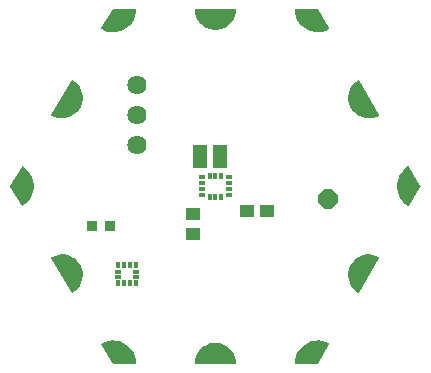
<source format=gbr>
G04 EAGLE Gerber RS-274X export*
G75*
%MOMM*%
%FSLAX34Y34*%
%LPD*%
%INSoldermask Top*%
%IPPOS*%
%AMOC8*
5,1,8,0,0,1.08239X$1,22.5*%
G01*
%ADD10R,0.901600X0.901600*%
%ADD11P,1.759533X8X22.500000*%
%ADD12R,1.201600X1.101600*%
%ADD13R,0.576600X0.351600*%
%ADD14R,0.351600X0.576600*%
%ADD15C,1.101600*%
%ADD16R,0.451600X0.476600*%
%ADD17R,0.476600X0.451600*%
%ADD18C,1.625600*%

G36*
X17029Y-1268D02*
X17029Y-1268D01*
X17058Y-1271D01*
X17125Y-1249D01*
X17195Y-1235D01*
X17219Y-1218D01*
X17247Y-1209D01*
X17300Y-1162D01*
X17359Y-1122D01*
X17375Y-1098D01*
X17397Y-1078D01*
X17428Y-1014D01*
X17466Y-955D01*
X17471Y-926D01*
X17483Y-900D01*
X17492Y-800D01*
X17499Y-758D01*
X17496Y-748D01*
X17498Y-734D01*
X17266Y2064D01*
X17256Y2098D01*
X17252Y2146D01*
X16563Y4867D01*
X16548Y4899D01*
X16536Y4945D01*
X15408Y7517D01*
X15388Y7545D01*
X15369Y7589D01*
X13833Y9940D01*
X13809Y9964D01*
X13783Y10005D01*
X11881Y12070D01*
X11853Y12091D01*
X11820Y12126D01*
X9605Y13851D01*
X9574Y13866D01*
X9536Y13896D01*
X7066Y15232D01*
X7033Y15242D01*
X6991Y15265D01*
X5805Y15673D01*
X4351Y16172D01*
X4350Y16172D01*
X4335Y16177D01*
X4301Y16182D01*
X4255Y16197D01*
X1486Y16659D01*
X1451Y16658D01*
X1404Y16666D01*
X-1404Y16666D01*
X-1438Y16659D01*
X-1486Y16659D01*
X-4255Y16197D01*
X-4288Y16185D01*
X-4335Y16177D01*
X-6991Y15265D01*
X-7021Y15248D01*
X-7066Y15232D01*
X-9536Y13896D01*
X-9562Y13874D01*
X-9605Y13851D01*
X-11820Y12126D01*
X-11843Y12100D01*
X-11881Y12070D01*
X-13783Y10005D01*
X-13801Y9975D01*
X-13833Y9940D01*
X-15369Y7589D01*
X-15382Y7557D01*
X-15408Y7517D01*
X-16536Y4945D01*
X-16543Y4912D01*
X-16546Y4905D01*
X-16552Y4896D01*
X-16553Y4890D01*
X-16563Y4867D01*
X-17252Y2146D01*
X-17254Y2111D01*
X-17266Y2064D01*
X-17498Y-734D01*
X-17494Y-763D01*
X-17499Y-792D01*
X-17483Y-861D01*
X-17474Y-931D01*
X-17460Y-957D01*
X-17453Y-985D01*
X-17411Y-1042D01*
X-17376Y-1104D01*
X-17352Y-1122D01*
X-17335Y-1145D01*
X-17274Y-1181D01*
X-17217Y-1224D01*
X-17189Y-1232D01*
X-17164Y-1247D01*
X-17066Y-1263D01*
X-17025Y-1274D01*
X-17014Y-1272D01*
X-17000Y-1274D01*
X17000Y-1274D01*
X17029Y-1268D01*
G37*
G36*
X1438Y281791D02*
X1438Y281791D01*
X1486Y281791D01*
X4255Y282253D01*
X4288Y282265D01*
X4335Y282273D01*
X6991Y283185D01*
X7021Y283202D01*
X7066Y283218D01*
X9536Y284554D01*
X9562Y284576D01*
X9605Y284599D01*
X11820Y286324D01*
X11843Y286350D01*
X11881Y286380D01*
X13783Y288445D01*
X13801Y288475D01*
X13833Y288510D01*
X15369Y290861D01*
X15382Y290893D01*
X15408Y290933D01*
X16536Y293505D01*
X16543Y293538D01*
X16563Y293583D01*
X17252Y296304D01*
X17254Y296339D01*
X17266Y296386D01*
X17498Y299184D01*
X17494Y299213D01*
X17499Y299242D01*
X17483Y299311D01*
X17474Y299381D01*
X17460Y299407D01*
X17453Y299435D01*
X17411Y299492D01*
X17376Y299554D01*
X17352Y299572D01*
X17335Y299595D01*
X17274Y299631D01*
X17217Y299674D01*
X17189Y299682D01*
X17164Y299697D01*
X17066Y299713D01*
X17025Y299724D01*
X17014Y299722D01*
X17000Y299724D01*
X-17000Y299724D01*
X-17029Y299718D01*
X-17058Y299721D01*
X-17125Y299699D01*
X-17195Y299685D01*
X-17219Y299668D01*
X-17247Y299659D01*
X-17300Y299612D01*
X-17359Y299572D01*
X-17375Y299548D01*
X-17397Y299528D01*
X-17428Y299464D01*
X-17466Y299405D01*
X-17471Y299376D01*
X-17483Y299350D01*
X-17492Y299250D01*
X-17499Y299208D01*
X-17496Y299198D01*
X-17498Y299184D01*
X-17266Y296386D01*
X-17256Y296352D01*
X-17252Y296304D01*
X-16563Y293583D01*
X-16548Y293551D01*
X-16536Y293505D01*
X-15408Y290933D01*
X-15388Y290905D01*
X-15369Y290861D01*
X-13833Y288510D01*
X-13809Y288486D01*
X-13783Y288445D01*
X-11881Y286380D01*
X-11853Y286359D01*
X-11820Y286324D01*
X-9605Y284599D01*
X-9574Y284584D01*
X-9536Y284554D01*
X-7066Y283218D01*
X-7033Y283208D01*
X-6991Y283185D01*
X-4335Y282273D01*
X-4301Y282269D01*
X-4255Y282253D01*
X-1486Y281791D01*
X-1451Y281792D01*
X-1404Y281784D01*
X1404Y281784D01*
X1438Y281791D01*
G37*
G36*
X-121393Y59035D02*
X-121393Y59035D01*
X-121322Y59032D01*
X-121295Y59042D01*
X-121266Y59044D01*
X-121176Y59086D01*
X-121136Y59101D01*
X-121128Y59109D01*
X-121115Y59115D01*
X-118812Y60714D01*
X-118788Y60740D01*
X-118748Y60767D01*
X-116739Y62724D01*
X-116720Y62753D01*
X-116685Y62786D01*
X-115026Y65047D01*
X-115011Y65078D01*
X-114982Y65117D01*
X-113718Y67620D01*
X-113709Y67654D01*
X-113687Y67697D01*
X-112851Y70374D01*
X-112848Y70408D01*
X-112833Y70454D01*
X-112450Y73233D01*
X-112452Y73267D01*
X-112446Y73315D01*
X-112525Y76118D01*
X-112533Y76152D01*
X-112534Y76200D01*
X-113073Y78952D01*
X-113087Y78984D01*
X-113096Y79032D01*
X-114081Y81657D01*
X-114096Y81682D01*
X-114101Y81702D01*
X-114109Y81713D01*
X-114116Y81732D01*
X-115520Y84160D01*
X-115543Y84186D01*
X-115567Y84228D01*
X-117351Y86391D01*
X-117378Y86413D01*
X-117409Y86450D01*
X-119525Y88291D01*
X-119555Y88308D01*
X-119591Y88340D01*
X-121982Y89807D01*
X-122014Y89818D01*
X-122055Y89844D01*
X-124654Y90897D01*
X-124688Y90904D01*
X-124733Y90922D01*
X-127470Y91533D01*
X-127505Y91534D01*
X-127552Y91545D01*
X-130352Y91697D01*
X-130386Y91692D01*
X-130434Y91695D01*
X-133222Y91385D01*
X-133255Y91374D01*
X-133303Y91369D01*
X-136001Y90604D01*
X-136031Y90588D01*
X-136078Y90575D01*
X-138613Y89376D01*
X-138637Y89359D01*
X-138664Y89349D01*
X-138716Y89300D01*
X-138773Y89257D01*
X-138787Y89232D01*
X-138809Y89212D01*
X-138837Y89147D01*
X-138873Y89086D01*
X-138876Y89057D01*
X-138888Y89030D01*
X-138889Y88959D01*
X-138898Y88888D01*
X-138890Y88860D01*
X-138890Y88831D01*
X-138856Y88738D01*
X-138844Y88697D01*
X-138837Y88688D01*
X-138832Y88675D01*
X-121832Y59275D01*
X-121813Y59253D01*
X-121800Y59227D01*
X-121747Y59179D01*
X-121700Y59126D01*
X-121674Y59114D01*
X-121652Y59094D01*
X-121585Y59071D01*
X-121521Y59041D01*
X-121492Y59039D01*
X-121464Y59030D01*
X-121393Y59035D01*
G37*
G36*
X130386Y206758D02*
X130386Y206758D01*
X130434Y206755D01*
X133222Y207065D01*
X133255Y207076D01*
X133303Y207081D01*
X136001Y207846D01*
X136031Y207862D01*
X136078Y207875D01*
X138613Y209074D01*
X138637Y209091D01*
X138664Y209101D01*
X138716Y209150D01*
X138773Y209193D01*
X138787Y209218D01*
X138809Y209238D01*
X138837Y209303D01*
X138873Y209365D01*
X138876Y209393D01*
X138888Y209420D01*
X138889Y209491D01*
X138898Y209562D01*
X138890Y209590D01*
X138890Y209619D01*
X138856Y209712D01*
X138844Y209753D01*
X138837Y209762D01*
X138832Y209775D01*
X121832Y239175D01*
X121813Y239197D01*
X121800Y239223D01*
X121747Y239271D01*
X121700Y239324D01*
X121674Y239336D01*
X121652Y239356D01*
X121585Y239379D01*
X121521Y239409D01*
X121492Y239411D01*
X121464Y239420D01*
X121393Y239415D01*
X121322Y239418D01*
X121295Y239408D01*
X121266Y239406D01*
X121176Y239364D01*
X121136Y239349D01*
X121128Y239341D01*
X121115Y239335D01*
X118812Y237736D01*
X118788Y237711D01*
X118748Y237683D01*
X116739Y235726D01*
X116720Y235697D01*
X116685Y235664D01*
X115026Y233403D01*
X115011Y233372D01*
X114982Y233333D01*
X113718Y230830D01*
X113709Y230796D01*
X113687Y230753D01*
X112851Y228076D01*
X112848Y228042D01*
X112833Y227996D01*
X112450Y225217D01*
X112452Y225183D01*
X112446Y225135D01*
X112525Y222332D01*
X112533Y222298D01*
X112534Y222250D01*
X113073Y219498D01*
X113087Y219466D01*
X113096Y219418D01*
X114081Y216793D01*
X114099Y216763D01*
X114116Y216718D01*
X115520Y214290D01*
X115543Y214264D01*
X115567Y214223D01*
X117351Y212059D01*
X117378Y212037D01*
X117409Y212000D01*
X119525Y210159D01*
X119555Y210142D01*
X119591Y210111D01*
X121982Y208643D01*
X122014Y208632D01*
X122055Y208606D01*
X124654Y207553D01*
X124688Y207546D01*
X124733Y207528D01*
X127470Y206917D01*
X127505Y206916D01*
X127552Y206905D01*
X130352Y206753D01*
X130386Y206758D01*
G37*
G36*
X121426Y59036D02*
X121426Y59036D01*
X121497Y59035D01*
X121524Y59046D01*
X121553Y59050D01*
X121615Y59084D01*
X121680Y59112D01*
X121701Y59133D01*
X121726Y59147D01*
X121789Y59223D01*
X121819Y59254D01*
X121823Y59264D01*
X121832Y59275D01*
X138832Y88675D01*
X138841Y88703D01*
X138858Y88727D01*
X138873Y88796D01*
X138895Y88864D01*
X138893Y88893D01*
X138899Y88921D01*
X138886Y88991D01*
X138880Y89062D01*
X138867Y89088D01*
X138861Y89116D01*
X138821Y89175D01*
X138789Y89238D01*
X138766Y89257D01*
X138750Y89281D01*
X138668Y89338D01*
X138635Y89365D01*
X138625Y89368D01*
X138613Y89376D01*
X136078Y90575D01*
X136044Y90583D01*
X136001Y90604D01*
X133303Y91369D01*
X133268Y91371D01*
X133222Y91385D01*
X130434Y91695D01*
X130400Y91692D01*
X130352Y91697D01*
X127552Y91545D01*
X127518Y91536D01*
X127470Y91533D01*
X124733Y90922D01*
X124701Y90908D01*
X124654Y90897D01*
X122055Y89844D01*
X122026Y89825D01*
X121982Y89807D01*
X119591Y88340D01*
X119566Y88316D01*
X119525Y88291D01*
X117409Y86450D01*
X117388Y86423D01*
X117351Y86391D01*
X115567Y84228D01*
X115551Y84197D01*
X115520Y84160D01*
X114116Y81732D01*
X114105Y81699D01*
X114098Y81686D01*
X114088Y81672D01*
X114088Y81669D01*
X114081Y81657D01*
X113096Y79032D01*
X113090Y78997D01*
X113073Y78952D01*
X112534Y76200D01*
X112534Y76166D01*
X112525Y76118D01*
X112446Y73315D01*
X112452Y73281D01*
X112450Y73233D01*
X112833Y70454D01*
X112845Y70422D01*
X112851Y70374D01*
X113687Y67697D01*
X113704Y67666D01*
X113718Y67620D01*
X114982Y65117D01*
X115004Y65090D01*
X115026Y65047D01*
X116685Y62786D01*
X116711Y62763D01*
X116739Y62724D01*
X118748Y60767D01*
X118777Y60748D01*
X118812Y60714D01*
X121115Y59115D01*
X121142Y59103D01*
X121165Y59085D01*
X121233Y59064D01*
X121298Y59036D01*
X121327Y59036D01*
X121355Y59028D01*
X121426Y59036D01*
G37*
G36*
X-127552Y206905D02*
X-127552Y206905D01*
X-127518Y206914D01*
X-127470Y206917D01*
X-124733Y207528D01*
X-124701Y207542D01*
X-124654Y207553D01*
X-122055Y208606D01*
X-122026Y208625D01*
X-121982Y208643D01*
X-119591Y210111D01*
X-119566Y210134D01*
X-119525Y210159D01*
X-117409Y212000D01*
X-117388Y212027D01*
X-117351Y212059D01*
X-115567Y214223D01*
X-115551Y214253D01*
X-115520Y214290D01*
X-114116Y216718D01*
X-114105Y216751D01*
X-114081Y216793D01*
X-113096Y219418D01*
X-113090Y219453D01*
X-113073Y219498D01*
X-112534Y222250D01*
X-112534Y222285D01*
X-112525Y222332D01*
X-112446Y225135D01*
X-112452Y225169D01*
X-112450Y225217D01*
X-112833Y227996D01*
X-112845Y228028D01*
X-112851Y228076D01*
X-113687Y230753D01*
X-113704Y230784D01*
X-113718Y230830D01*
X-114982Y233333D01*
X-115004Y233360D01*
X-115026Y233403D01*
X-116685Y235664D01*
X-116711Y235687D01*
X-116739Y235726D01*
X-118748Y237683D01*
X-118777Y237702D01*
X-118812Y237736D01*
X-121115Y239335D01*
X-121142Y239347D01*
X-121165Y239365D01*
X-121233Y239386D01*
X-121298Y239414D01*
X-121327Y239414D01*
X-121355Y239422D01*
X-121426Y239414D01*
X-121497Y239415D01*
X-121524Y239404D01*
X-121553Y239400D01*
X-121615Y239366D01*
X-121680Y239338D01*
X-121701Y239317D01*
X-121726Y239303D01*
X-121789Y239227D01*
X-121819Y239196D01*
X-121823Y239186D01*
X-121832Y239175D01*
X-138832Y209775D01*
X-138841Y209747D01*
X-138858Y209723D01*
X-138873Y209654D01*
X-138895Y209586D01*
X-138893Y209557D01*
X-138899Y209529D01*
X-138886Y209459D01*
X-138880Y209388D01*
X-138867Y209362D01*
X-138861Y209334D01*
X-138821Y209275D01*
X-138789Y209212D01*
X-138766Y209193D01*
X-138750Y209169D01*
X-138668Y209112D01*
X-138635Y209085D01*
X-138625Y209082D01*
X-138613Y209074D01*
X-136078Y207875D01*
X-136044Y207867D01*
X-136001Y207846D01*
X-133303Y207081D01*
X-133268Y207079D01*
X-133222Y207065D01*
X-130434Y206755D01*
X-130400Y206758D01*
X-130352Y206753D01*
X-127552Y206905D01*
G37*
G36*
X163727Y132236D02*
X163727Y132236D01*
X163798Y132236D01*
X163825Y132247D01*
X163854Y132250D01*
X163916Y132285D01*
X163981Y132313D01*
X164002Y132333D01*
X164027Y132348D01*
X164090Y132425D01*
X164120Y132455D01*
X164124Y132465D01*
X164133Y132476D01*
X173633Y148976D01*
X173643Y149008D01*
X173652Y149021D01*
X173656Y149045D01*
X173657Y149049D01*
X173688Y149119D01*
X173688Y149143D01*
X173696Y149165D01*
X173690Y149241D01*
X173691Y149318D01*
X173681Y149342D01*
X173680Y149363D01*
X173659Y149402D01*
X173633Y149474D01*
X164133Y165974D01*
X164114Y165996D01*
X164101Y166022D01*
X164048Y166070D01*
X164001Y166123D01*
X163975Y166136D01*
X163954Y166155D01*
X163886Y166178D01*
X163822Y166209D01*
X163793Y166211D01*
X163766Y166220D01*
X163694Y166215D01*
X163623Y166218D01*
X163596Y166208D01*
X163567Y166206D01*
X163477Y166164D01*
X163437Y166149D01*
X163429Y166142D01*
X163416Y166136D01*
X160893Y164394D01*
X160869Y164370D01*
X160831Y164343D01*
X158619Y162219D01*
X158600Y162191D01*
X158566Y162159D01*
X156724Y159708D01*
X156710Y159677D01*
X156681Y159640D01*
X155256Y156925D01*
X155247Y156894D01*
X155231Y156869D01*
X155230Y156861D01*
X155225Y156851D01*
X154254Y153943D01*
X154250Y153909D01*
X154235Y153865D01*
X153743Y150838D01*
X153744Y150804D01*
X153736Y150758D01*
X153736Y147692D01*
X153737Y147688D01*
X153737Y147686D01*
X153743Y147659D01*
X153743Y147612D01*
X154235Y144585D01*
X154247Y144554D01*
X154254Y144507D01*
X155225Y141599D01*
X155242Y141570D01*
X155256Y141525D01*
X156681Y138810D01*
X156703Y138784D01*
X156724Y138742D01*
X158566Y136291D01*
X158591Y136268D01*
X158619Y136231D01*
X160831Y134107D01*
X160859Y134089D01*
X160893Y134056D01*
X163416Y132314D01*
X163443Y132303D01*
X163465Y132284D01*
X163534Y132264D01*
X163599Y132236D01*
X163628Y132236D01*
X163656Y132228D01*
X163727Y132236D01*
G37*
G36*
X-163694Y132235D02*
X-163694Y132235D01*
X-163623Y132232D01*
X-163596Y132242D01*
X-163567Y132244D01*
X-163477Y132286D01*
X-163437Y132301D01*
X-163429Y132308D01*
X-163416Y132314D01*
X-160893Y134056D01*
X-160869Y134080D01*
X-160831Y134107D01*
X-158619Y136231D01*
X-158600Y136259D01*
X-158566Y136291D01*
X-156724Y138742D01*
X-156710Y138773D01*
X-156681Y138810D01*
X-155256Y141525D01*
X-155247Y141558D01*
X-155225Y141599D01*
X-154254Y144507D01*
X-154250Y144541D01*
X-154235Y144585D01*
X-153743Y147612D01*
X-153744Y147646D01*
X-153736Y147692D01*
X-153736Y150758D01*
X-153743Y150791D01*
X-153743Y150838D01*
X-154235Y153865D01*
X-154247Y153896D01*
X-154254Y153943D01*
X-155225Y156851D01*
X-155238Y156874D01*
X-155244Y156899D01*
X-155251Y156908D01*
X-155256Y156925D01*
X-156681Y159640D01*
X-156703Y159666D01*
X-156724Y159708D01*
X-158566Y162159D01*
X-158591Y162182D01*
X-158619Y162219D01*
X-160831Y164343D01*
X-160859Y164361D01*
X-160893Y164394D01*
X-163416Y166136D01*
X-163443Y166147D01*
X-163465Y166166D01*
X-163534Y166186D01*
X-163599Y166214D01*
X-163628Y166214D01*
X-163656Y166222D01*
X-163727Y166214D01*
X-163798Y166215D01*
X-163825Y166203D01*
X-163854Y166200D01*
X-163916Y166165D01*
X-163981Y166137D01*
X-164002Y166117D01*
X-164027Y166102D01*
X-164090Y166025D01*
X-164120Y165995D01*
X-164124Y165985D01*
X-164133Y165974D01*
X-173633Y149474D01*
X-173657Y149401D01*
X-173688Y149331D01*
X-173688Y149307D01*
X-173696Y149285D01*
X-173690Y149209D01*
X-173691Y149132D01*
X-173681Y149108D01*
X-173680Y149087D01*
X-173659Y149048D01*
X-173640Y148996D01*
X-173639Y148990D01*
X-173637Y148988D01*
X-173633Y148976D01*
X-164133Y132476D01*
X-164114Y132454D01*
X-164101Y132428D01*
X-164048Y132380D01*
X-164001Y132327D01*
X-163975Y132314D01*
X-163954Y132295D01*
X-163886Y132272D01*
X-163822Y132241D01*
X-163793Y132240D01*
X-163766Y132230D01*
X-163694Y132235D01*
G37*
G36*
X86676Y-1259D02*
X86676Y-1259D01*
X86754Y-1250D01*
X86773Y-1239D01*
X86795Y-1235D01*
X86859Y-1191D01*
X86927Y-1152D01*
X86943Y-1133D01*
X86959Y-1122D01*
X86983Y-1084D01*
X87033Y-1024D01*
X96533Y15476D01*
X96542Y15503D01*
X96558Y15527D01*
X96573Y15597D01*
X96596Y15665D01*
X96593Y15693D01*
X96599Y15721D01*
X96586Y15792D01*
X96580Y15863D01*
X96567Y15888D01*
X96561Y15916D01*
X96521Y15976D01*
X96488Y16039D01*
X96466Y16057D01*
X96450Y16081D01*
X96367Y16139D01*
X96335Y16166D01*
X96324Y16169D01*
X96314Y16176D01*
X93548Y17485D01*
X93515Y17493D01*
X93472Y17513D01*
X90532Y18361D01*
X90498Y18364D01*
X90454Y18377D01*
X87416Y18742D01*
X87382Y18739D01*
X87335Y18745D01*
X84278Y18618D01*
X84245Y18610D01*
X84198Y18609D01*
X81201Y17993D01*
X81170Y17980D01*
X81124Y17971D01*
X78264Y16882D01*
X78236Y16864D01*
X78192Y16848D01*
X75544Y15314D01*
X75518Y15292D01*
X75478Y15269D01*
X73110Y13331D01*
X73088Y13304D01*
X73052Y13275D01*
X71025Y10982D01*
X71009Y10953D01*
X70977Y10918D01*
X69345Y8330D01*
X69333Y8298D01*
X69308Y8259D01*
X68112Y5442D01*
X68105Y5409D01*
X68102Y5402D01*
X68098Y5396D01*
X68097Y5390D01*
X68086Y5366D01*
X67358Y2394D01*
X67356Y2360D01*
X67345Y2315D01*
X67102Y-735D01*
X67106Y-764D01*
X67101Y-792D01*
X67118Y-861D01*
X67126Y-933D01*
X67141Y-957D01*
X67147Y-985D01*
X67190Y-1043D01*
X67226Y-1105D01*
X67248Y-1122D01*
X67265Y-1145D01*
X67327Y-1182D01*
X67384Y-1225D01*
X67412Y-1232D01*
X67436Y-1247D01*
X67536Y-1263D01*
X67577Y-1274D01*
X67587Y-1272D01*
X67600Y-1274D01*
X86600Y-1274D01*
X86676Y-1259D01*
G37*
G36*
X-67572Y-1269D02*
X-67572Y-1269D01*
X-67544Y-1271D01*
X-67476Y-1249D01*
X-67405Y-1235D01*
X-67382Y-1219D01*
X-67355Y-1210D01*
X-67300Y-1163D01*
X-67241Y-1122D01*
X-67226Y-1098D01*
X-67205Y-1080D01*
X-67173Y-1015D01*
X-67134Y-955D01*
X-67129Y-927D01*
X-67117Y-901D01*
X-67108Y-799D01*
X-67101Y-758D01*
X-67103Y-748D01*
X-67102Y-735D01*
X-67345Y2315D01*
X-67354Y2347D01*
X-67358Y2394D01*
X-68086Y5366D01*
X-68101Y5397D01*
X-68112Y5442D01*
X-69308Y8259D01*
X-69327Y8287D01*
X-69345Y8330D01*
X-70977Y10918D01*
X-71001Y10942D01*
X-71025Y10982D01*
X-73052Y13275D01*
X-73079Y13295D01*
X-73110Y13331D01*
X-75478Y15269D01*
X-75508Y15285D01*
X-75544Y15314D01*
X-78192Y16848D01*
X-78224Y16858D01*
X-78264Y16882D01*
X-81124Y17971D01*
X-81157Y17976D01*
X-81201Y17993D01*
X-84198Y18609D01*
X-84232Y18609D01*
X-84278Y18618D01*
X-87335Y18745D01*
X-87369Y18740D01*
X-87416Y18742D01*
X-90454Y18377D01*
X-90486Y18366D01*
X-90532Y18361D01*
X-93472Y17513D01*
X-93502Y17497D01*
X-93548Y17485D01*
X-96314Y16176D01*
X-96336Y16159D01*
X-96363Y16149D01*
X-96415Y16100D01*
X-96473Y16057D01*
X-96487Y16032D01*
X-96508Y16013D01*
X-96537Y15947D01*
X-96573Y15885D01*
X-96576Y15857D01*
X-96588Y15831D01*
X-96589Y15759D01*
X-96598Y15688D01*
X-96590Y15661D01*
X-96591Y15632D01*
X-96555Y15537D01*
X-96544Y15497D01*
X-96537Y15488D01*
X-96533Y15476D01*
X-87033Y-1024D01*
X-86981Y-1082D01*
X-86935Y-1145D01*
X-86916Y-1156D01*
X-86901Y-1173D01*
X-86831Y-1207D01*
X-86764Y-1247D01*
X-86740Y-1251D01*
X-86722Y-1259D01*
X-86677Y-1261D01*
X-86600Y-1274D01*
X-67600Y-1274D01*
X-67572Y-1269D01*
G37*
G36*
X87369Y279710D02*
X87369Y279710D01*
X87416Y279708D01*
X90454Y280073D01*
X90486Y280084D01*
X90532Y280089D01*
X93472Y280937D01*
X93502Y280953D01*
X93548Y280965D01*
X96314Y282274D01*
X96336Y282291D01*
X96363Y282301D01*
X96415Y282350D01*
X96473Y282393D01*
X96487Y282418D01*
X96508Y282437D01*
X96537Y282503D01*
X96573Y282565D01*
X96576Y282593D01*
X96588Y282619D01*
X96589Y282691D01*
X96598Y282762D01*
X96590Y282789D01*
X96591Y282818D01*
X96555Y282913D01*
X96544Y282953D01*
X96537Y282962D01*
X96533Y282974D01*
X87033Y299474D01*
X86981Y299533D01*
X86935Y299595D01*
X86916Y299606D01*
X86901Y299623D01*
X86831Y299657D01*
X86764Y299697D01*
X86740Y299701D01*
X86722Y299709D01*
X86677Y299711D01*
X86600Y299724D01*
X67600Y299724D01*
X67572Y299719D01*
X67544Y299721D01*
X67476Y299699D01*
X67405Y299685D01*
X67382Y299669D01*
X67355Y299660D01*
X67300Y299613D01*
X67241Y299572D01*
X67226Y299548D01*
X67205Y299530D01*
X67173Y299465D01*
X67134Y299405D01*
X67129Y299377D01*
X67117Y299351D01*
X67108Y299250D01*
X67101Y299208D01*
X67103Y299198D01*
X67102Y299185D01*
X67345Y296135D01*
X67354Y296103D01*
X67358Y296056D01*
X68086Y293084D01*
X68101Y293053D01*
X68112Y293008D01*
X69308Y290191D01*
X69327Y290163D01*
X69345Y290120D01*
X70977Y287532D01*
X71001Y287508D01*
X71025Y287468D01*
X73052Y285175D01*
X73079Y285155D01*
X73110Y285119D01*
X75478Y283181D01*
X75508Y283165D01*
X75544Y283136D01*
X78192Y281603D01*
X78224Y281592D01*
X78264Y281568D01*
X81124Y280480D01*
X81157Y280474D01*
X81201Y280457D01*
X84198Y279841D01*
X84232Y279841D01*
X84278Y279832D01*
X87335Y279705D01*
X87369Y279710D01*
G37*
G36*
X-84278Y279832D02*
X-84278Y279832D01*
X-84245Y279840D01*
X-84198Y279841D01*
X-81201Y280457D01*
X-81170Y280470D01*
X-81124Y280480D01*
X-78264Y281568D01*
X-78236Y281586D01*
X-78192Y281603D01*
X-75544Y283136D01*
X-75518Y283158D01*
X-75478Y283181D01*
X-73110Y285119D01*
X-73088Y285146D01*
X-73052Y285175D01*
X-71025Y287468D01*
X-71009Y287497D01*
X-70977Y287532D01*
X-69345Y290120D01*
X-69333Y290152D01*
X-69308Y290191D01*
X-68112Y293008D01*
X-68105Y293041D01*
X-68086Y293084D01*
X-67358Y296056D01*
X-67356Y296090D01*
X-67345Y296135D01*
X-67102Y299185D01*
X-67106Y299214D01*
X-67101Y299242D01*
X-67118Y299311D01*
X-67126Y299383D01*
X-67141Y299407D01*
X-67147Y299435D01*
X-67190Y299493D01*
X-67226Y299555D01*
X-67248Y299572D01*
X-67265Y299595D01*
X-67327Y299632D01*
X-67384Y299675D01*
X-67412Y299682D01*
X-67436Y299697D01*
X-67536Y299713D01*
X-67577Y299724D01*
X-67587Y299722D01*
X-67600Y299724D01*
X-86600Y299724D01*
X-86676Y299709D01*
X-86754Y299700D01*
X-86773Y299689D01*
X-86795Y299685D01*
X-86859Y299641D01*
X-86927Y299602D01*
X-86943Y299583D01*
X-86959Y299572D01*
X-86983Y299534D01*
X-87033Y299474D01*
X-96533Y282974D01*
X-96542Y282947D01*
X-96558Y282923D01*
X-96573Y282853D01*
X-96596Y282785D01*
X-96593Y282757D01*
X-96599Y282729D01*
X-96586Y282659D01*
X-96580Y282587D01*
X-96567Y282562D01*
X-96561Y282534D01*
X-96521Y282474D01*
X-96488Y282411D01*
X-96466Y282393D01*
X-96450Y282369D01*
X-96367Y282311D01*
X-96335Y282284D01*
X-96324Y282281D01*
X-96314Y282274D01*
X-93548Y280965D01*
X-93515Y280957D01*
X-93472Y280937D01*
X-90532Y280089D01*
X-90498Y280086D01*
X-90454Y280073D01*
X-87416Y279708D01*
X-87382Y279711D01*
X-87335Y279705D01*
X-84278Y279832D01*
G37*
D10*
X-89338Y115888D03*
X-104338Y115888D03*
D11*
X95250Y138113D03*
D12*
X26425Y128588D03*
X43425Y128588D03*
D13*
X11625Y141725D03*
X11625Y146725D03*
X11625Y151725D03*
X11625Y156725D03*
D14*
X5000Y158350D03*
X0Y158350D03*
X-5000Y158350D03*
D13*
X-11625Y156725D03*
X-11625Y151725D03*
X-11625Y146725D03*
X-11625Y141725D03*
D14*
X-5000Y140100D03*
X0Y140100D03*
X5000Y140100D03*
D15*
X82600Y292325D03*
X165200Y149225D03*
X82600Y6125D03*
X-82600Y6125D03*
X-165200Y149225D03*
X-82600Y292325D03*
X123900Y220725D03*
X123900Y77725D03*
X0Y6125D03*
X-123900Y77725D03*
X-123900Y220725D03*
X0Y292325D03*
D12*
X-19050Y108975D03*
X-19050Y125975D03*
X-13263Y169863D03*
X3738Y169863D03*
X-13263Y179388D03*
X3738Y179388D03*
D16*
X-67113Y82233D03*
X-72113Y82233D03*
X-77113Y82233D03*
X-82113Y82233D03*
X-82113Y66993D03*
X-77113Y66993D03*
X-72113Y66993D03*
X-67113Y66993D03*
D17*
X-82233Y77113D03*
X-82233Y72113D03*
X-66993Y72113D03*
X-66993Y77113D03*
D18*
X-66675Y234950D03*
X-66675Y209550D03*
X-66675Y184150D03*
M02*

</source>
